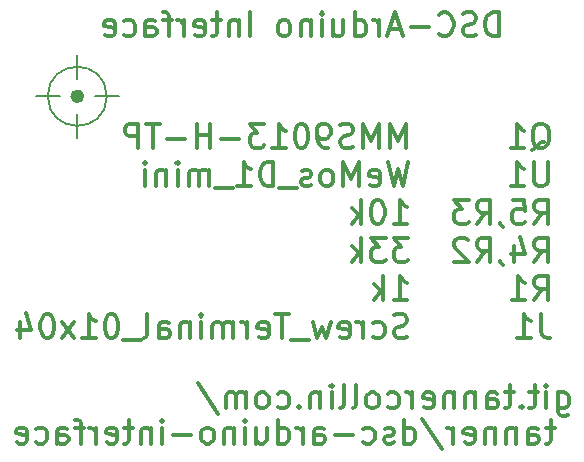
<source format=gbo>
G04 #@! TF.GenerationSoftware,KiCad,Pcbnew,6.0.11+dfsg-1*
G04 #@! TF.CreationDate,2023-05-14T21:59:00-06:00*
G04 #@! TF.ProjectId,dsc-arduino-interface,6473632d-6172-4647-9569-6e6f2d696e74,rev?*
G04 #@! TF.SameCoordinates,Original*
G04 #@! TF.FileFunction,Legend,Bot*
G04 #@! TF.FilePolarity,Positive*
%FSLAX46Y46*%
G04 Gerber Fmt 4.6, Leading zero omitted, Abs format (unit mm)*
G04 Created by KiCad (PCBNEW 6.0.11+dfsg-1) date 2023-05-14 21:59:00*
%MOMM*%
%LPD*%
G01*
G04 APERTURE LIST*
%ADD10C,0.200000*%
%ADD11C,0.150000*%
%ADD12C,0.583000*%
%ADD13C,0.300000*%
%ADD14R,2.000000X2.000000*%
%ADD15O,1.600000X2.000000*%
%ADD16C,2.600000*%
%ADD17R,2.600000X2.600000*%
%ADD18R,1.700000X1.700000*%
%ADD19O,1.700000X1.700000*%
G04 APERTURE END LIST*
D10*
X89500000Y-68000000D02*
G75*
G03*
X89500000Y-68000000I-2500000J0D01*
G01*
D11*
X87000000Y-64500000D02*
X87000000Y-66500000D01*
X85500000Y-68000000D02*
X83500000Y-68000000D01*
X87000000Y-69500000D02*
X87000000Y-71500000D01*
X88500000Y-68000000D02*
X90500000Y-68000000D01*
D12*
X87291500Y-68000000D02*
G75*
G03*
X87291500Y-68000000I-291500J0D01*
G01*
D13*
X127404761Y-96071428D02*
X126642857Y-96071428D01*
X127119047Y-95404761D02*
X127119047Y-97119047D01*
X127023809Y-97309523D01*
X126833333Y-97404761D01*
X126642857Y-97404761D01*
X125119047Y-97404761D02*
X125119047Y-96357142D01*
X125214285Y-96166666D01*
X125404761Y-96071428D01*
X125785714Y-96071428D01*
X125976190Y-96166666D01*
X125119047Y-97309523D02*
X125309523Y-97404761D01*
X125785714Y-97404761D01*
X125976190Y-97309523D01*
X126071428Y-97119047D01*
X126071428Y-96928571D01*
X125976190Y-96738095D01*
X125785714Y-96642857D01*
X125309523Y-96642857D01*
X125119047Y-96547619D01*
X124166666Y-96071428D02*
X124166666Y-97404761D01*
X124166666Y-96261904D02*
X124071428Y-96166666D01*
X123880952Y-96071428D01*
X123595238Y-96071428D01*
X123404761Y-96166666D01*
X123309523Y-96357142D01*
X123309523Y-97404761D01*
X122357142Y-96071428D02*
X122357142Y-97404761D01*
X122357142Y-96261904D02*
X122261904Y-96166666D01*
X122071428Y-96071428D01*
X121785714Y-96071428D01*
X121595238Y-96166666D01*
X121500000Y-96357142D01*
X121500000Y-97404761D01*
X119785714Y-97309523D02*
X119976190Y-97404761D01*
X120357142Y-97404761D01*
X120547619Y-97309523D01*
X120642857Y-97119047D01*
X120642857Y-96357142D01*
X120547619Y-96166666D01*
X120357142Y-96071428D01*
X119976190Y-96071428D01*
X119785714Y-96166666D01*
X119690476Y-96357142D01*
X119690476Y-96547619D01*
X120642857Y-96738095D01*
X118833333Y-97404761D02*
X118833333Y-96071428D01*
X118833333Y-96452380D02*
X118738095Y-96261904D01*
X118642857Y-96166666D01*
X118452380Y-96071428D01*
X118261904Y-96071428D01*
X116166666Y-95309523D02*
X117880952Y-97880952D01*
X114642857Y-97404761D02*
X114642857Y-95404761D01*
X114642857Y-97309523D02*
X114833333Y-97404761D01*
X115214285Y-97404761D01*
X115404761Y-97309523D01*
X115500000Y-97214285D01*
X115595238Y-97023809D01*
X115595238Y-96452380D01*
X115500000Y-96261904D01*
X115404761Y-96166666D01*
X115214285Y-96071428D01*
X114833333Y-96071428D01*
X114642857Y-96166666D01*
X113785714Y-97309523D02*
X113595238Y-97404761D01*
X113214285Y-97404761D01*
X113023809Y-97309523D01*
X112928571Y-97119047D01*
X112928571Y-97023809D01*
X113023809Y-96833333D01*
X113214285Y-96738095D01*
X113500000Y-96738095D01*
X113690476Y-96642857D01*
X113785714Y-96452380D01*
X113785714Y-96357142D01*
X113690476Y-96166666D01*
X113500000Y-96071428D01*
X113214285Y-96071428D01*
X113023809Y-96166666D01*
X111214285Y-97309523D02*
X111404761Y-97404761D01*
X111785714Y-97404761D01*
X111976190Y-97309523D01*
X112071428Y-97214285D01*
X112166666Y-97023809D01*
X112166666Y-96452380D01*
X112071428Y-96261904D01*
X111976190Y-96166666D01*
X111785714Y-96071428D01*
X111404761Y-96071428D01*
X111214285Y-96166666D01*
X110357142Y-96642857D02*
X108833333Y-96642857D01*
X107023809Y-97404761D02*
X107023809Y-96357142D01*
X107119047Y-96166666D01*
X107309523Y-96071428D01*
X107690476Y-96071428D01*
X107880952Y-96166666D01*
X107023809Y-97309523D02*
X107214285Y-97404761D01*
X107690476Y-97404761D01*
X107880952Y-97309523D01*
X107976190Y-97119047D01*
X107976190Y-96928571D01*
X107880952Y-96738095D01*
X107690476Y-96642857D01*
X107214285Y-96642857D01*
X107023809Y-96547619D01*
X106071428Y-97404761D02*
X106071428Y-96071428D01*
X106071428Y-96452380D02*
X105976190Y-96261904D01*
X105880952Y-96166666D01*
X105690476Y-96071428D01*
X105500000Y-96071428D01*
X103976190Y-97404761D02*
X103976190Y-95404761D01*
X103976190Y-97309523D02*
X104166666Y-97404761D01*
X104547619Y-97404761D01*
X104738095Y-97309523D01*
X104833333Y-97214285D01*
X104928571Y-97023809D01*
X104928571Y-96452380D01*
X104833333Y-96261904D01*
X104738095Y-96166666D01*
X104547619Y-96071428D01*
X104166666Y-96071428D01*
X103976190Y-96166666D01*
X102166666Y-96071428D02*
X102166666Y-97404761D01*
X103023809Y-96071428D02*
X103023809Y-97119047D01*
X102928571Y-97309523D01*
X102738095Y-97404761D01*
X102452380Y-97404761D01*
X102261904Y-97309523D01*
X102166666Y-97214285D01*
X101214285Y-97404761D02*
X101214285Y-96071428D01*
X101214285Y-95404761D02*
X101309523Y-95500000D01*
X101214285Y-95595238D01*
X101119047Y-95500000D01*
X101214285Y-95404761D01*
X101214285Y-95595238D01*
X100261904Y-96071428D02*
X100261904Y-97404761D01*
X100261904Y-96261904D02*
X100166666Y-96166666D01*
X99976190Y-96071428D01*
X99690476Y-96071428D01*
X99500000Y-96166666D01*
X99404761Y-96357142D01*
X99404761Y-97404761D01*
X98166666Y-97404761D02*
X98357142Y-97309523D01*
X98452380Y-97214285D01*
X98547619Y-97023809D01*
X98547619Y-96452380D01*
X98452380Y-96261904D01*
X98357142Y-96166666D01*
X98166666Y-96071428D01*
X97880952Y-96071428D01*
X97690476Y-96166666D01*
X97595238Y-96261904D01*
X97500000Y-96452380D01*
X97500000Y-97023809D01*
X97595238Y-97214285D01*
X97690476Y-97309523D01*
X97880952Y-97404761D01*
X98166666Y-97404761D01*
X96642857Y-96642857D02*
X95119047Y-96642857D01*
X94166666Y-97404761D02*
X94166666Y-96071428D01*
X94166666Y-95404761D02*
X94261904Y-95500000D01*
X94166666Y-95595238D01*
X94071428Y-95500000D01*
X94166666Y-95404761D01*
X94166666Y-95595238D01*
X93214285Y-96071428D02*
X93214285Y-97404761D01*
X93214285Y-96261904D02*
X93119047Y-96166666D01*
X92928571Y-96071428D01*
X92642857Y-96071428D01*
X92452380Y-96166666D01*
X92357142Y-96357142D01*
X92357142Y-97404761D01*
X91690476Y-96071428D02*
X90928571Y-96071428D01*
X91404761Y-95404761D02*
X91404761Y-97119047D01*
X91309523Y-97309523D01*
X91119047Y-97404761D01*
X90928571Y-97404761D01*
X89500000Y-97309523D02*
X89690476Y-97404761D01*
X90071428Y-97404761D01*
X90261904Y-97309523D01*
X90357142Y-97119047D01*
X90357142Y-96357142D01*
X90261904Y-96166666D01*
X90071428Y-96071428D01*
X89690476Y-96071428D01*
X89500000Y-96166666D01*
X89404761Y-96357142D01*
X89404761Y-96547619D01*
X90357142Y-96738095D01*
X88547619Y-97404761D02*
X88547619Y-96071428D01*
X88547619Y-96452380D02*
X88452380Y-96261904D01*
X88357142Y-96166666D01*
X88166666Y-96071428D01*
X87976190Y-96071428D01*
X87595238Y-96071428D02*
X86833333Y-96071428D01*
X87309523Y-97404761D02*
X87309523Y-95690476D01*
X87214285Y-95500000D01*
X87023809Y-95404761D01*
X86833333Y-95404761D01*
X85309523Y-97404761D02*
X85309523Y-96357142D01*
X85404761Y-96166666D01*
X85595238Y-96071428D01*
X85976190Y-96071428D01*
X86166666Y-96166666D01*
X85309523Y-97309523D02*
X85500000Y-97404761D01*
X85976190Y-97404761D01*
X86166666Y-97309523D01*
X86261904Y-97119047D01*
X86261904Y-96928571D01*
X86166666Y-96738095D01*
X85976190Y-96642857D01*
X85500000Y-96642857D01*
X85309523Y-96547619D01*
X83500000Y-97309523D02*
X83690476Y-97404761D01*
X84071428Y-97404761D01*
X84261904Y-97309523D01*
X84357142Y-97214285D01*
X84452380Y-97023809D01*
X84452380Y-96452380D01*
X84357142Y-96261904D01*
X84261904Y-96166666D01*
X84071428Y-96071428D01*
X83690476Y-96071428D01*
X83500000Y-96166666D01*
X81880952Y-97309523D02*
X82071428Y-97404761D01*
X82452380Y-97404761D01*
X82642857Y-97309523D01*
X82738095Y-97119047D01*
X82738095Y-96357142D01*
X82642857Y-96166666D01*
X82452380Y-96071428D01*
X82071428Y-96071428D01*
X81880952Y-96166666D01*
X81785714Y-96357142D01*
X81785714Y-96547619D01*
X82738095Y-96738095D01*
X114828809Y-72354761D02*
X114828809Y-70354761D01*
X114162142Y-71783333D01*
X113495476Y-70354761D01*
X113495476Y-72354761D01*
X112543095Y-72354761D02*
X112543095Y-70354761D01*
X111876428Y-71783333D01*
X111209761Y-70354761D01*
X111209761Y-72354761D01*
X110352619Y-72259523D02*
X110066904Y-72354761D01*
X109590714Y-72354761D01*
X109400238Y-72259523D01*
X109305000Y-72164285D01*
X109209761Y-71973809D01*
X109209761Y-71783333D01*
X109305000Y-71592857D01*
X109400238Y-71497619D01*
X109590714Y-71402380D01*
X109971666Y-71307142D01*
X110162142Y-71211904D01*
X110257380Y-71116666D01*
X110352619Y-70926190D01*
X110352619Y-70735714D01*
X110257380Y-70545238D01*
X110162142Y-70450000D01*
X109971666Y-70354761D01*
X109495476Y-70354761D01*
X109209761Y-70450000D01*
X108257380Y-72354761D02*
X107876428Y-72354761D01*
X107685952Y-72259523D01*
X107590714Y-72164285D01*
X107400238Y-71878571D01*
X107305000Y-71497619D01*
X107305000Y-70735714D01*
X107400238Y-70545238D01*
X107495476Y-70450000D01*
X107685952Y-70354761D01*
X108066904Y-70354761D01*
X108257380Y-70450000D01*
X108352619Y-70545238D01*
X108447857Y-70735714D01*
X108447857Y-71211904D01*
X108352619Y-71402380D01*
X108257380Y-71497619D01*
X108066904Y-71592857D01*
X107685952Y-71592857D01*
X107495476Y-71497619D01*
X107400238Y-71402380D01*
X107305000Y-71211904D01*
X106066904Y-70354761D02*
X105876428Y-70354761D01*
X105685952Y-70450000D01*
X105590714Y-70545238D01*
X105495476Y-70735714D01*
X105400238Y-71116666D01*
X105400238Y-71592857D01*
X105495476Y-71973809D01*
X105590714Y-72164285D01*
X105685952Y-72259523D01*
X105876428Y-72354761D01*
X106066904Y-72354761D01*
X106257380Y-72259523D01*
X106352619Y-72164285D01*
X106447857Y-71973809D01*
X106543095Y-71592857D01*
X106543095Y-71116666D01*
X106447857Y-70735714D01*
X106352619Y-70545238D01*
X106257380Y-70450000D01*
X106066904Y-70354761D01*
X103495476Y-72354761D02*
X104638333Y-72354761D01*
X104066904Y-72354761D02*
X104066904Y-70354761D01*
X104257380Y-70640476D01*
X104447857Y-70830952D01*
X104638333Y-70926190D01*
X102828809Y-70354761D02*
X101590714Y-70354761D01*
X102257380Y-71116666D01*
X101971666Y-71116666D01*
X101781190Y-71211904D01*
X101685952Y-71307142D01*
X101590714Y-71497619D01*
X101590714Y-71973809D01*
X101685952Y-72164285D01*
X101781190Y-72259523D01*
X101971666Y-72354761D01*
X102543095Y-72354761D01*
X102733571Y-72259523D01*
X102828809Y-72164285D01*
X100733571Y-71592857D02*
X99209761Y-71592857D01*
X98257380Y-72354761D02*
X98257380Y-70354761D01*
X98257380Y-71307142D02*
X97114523Y-71307142D01*
X97114523Y-72354761D02*
X97114523Y-70354761D01*
X96162142Y-71592857D02*
X94638333Y-71592857D01*
X93971666Y-70354761D02*
X92828809Y-70354761D01*
X93400238Y-72354761D02*
X93400238Y-70354761D01*
X92162142Y-72354761D02*
X92162142Y-70354761D01*
X91400238Y-70354761D01*
X91209761Y-70450000D01*
X91114523Y-70545238D01*
X91019285Y-70735714D01*
X91019285Y-71021428D01*
X91114523Y-71211904D01*
X91209761Y-71307142D01*
X91400238Y-71402380D01*
X92162142Y-71402380D01*
X115019285Y-73574761D02*
X114543095Y-75574761D01*
X114162142Y-74146190D01*
X113781190Y-75574761D01*
X113305000Y-73574761D01*
X111781190Y-75479523D02*
X111971666Y-75574761D01*
X112352619Y-75574761D01*
X112543095Y-75479523D01*
X112638333Y-75289047D01*
X112638333Y-74527142D01*
X112543095Y-74336666D01*
X112352619Y-74241428D01*
X111971666Y-74241428D01*
X111781190Y-74336666D01*
X111685952Y-74527142D01*
X111685952Y-74717619D01*
X112638333Y-74908095D01*
X110828809Y-75574761D02*
X110828809Y-73574761D01*
X110162142Y-75003333D01*
X109495476Y-73574761D01*
X109495476Y-75574761D01*
X108257380Y-75574761D02*
X108447857Y-75479523D01*
X108543095Y-75384285D01*
X108638333Y-75193809D01*
X108638333Y-74622380D01*
X108543095Y-74431904D01*
X108447857Y-74336666D01*
X108257380Y-74241428D01*
X107971666Y-74241428D01*
X107781190Y-74336666D01*
X107685952Y-74431904D01*
X107590714Y-74622380D01*
X107590714Y-75193809D01*
X107685952Y-75384285D01*
X107781190Y-75479523D01*
X107971666Y-75574761D01*
X108257380Y-75574761D01*
X106828809Y-75479523D02*
X106638333Y-75574761D01*
X106257380Y-75574761D01*
X106066904Y-75479523D01*
X105971666Y-75289047D01*
X105971666Y-75193809D01*
X106066904Y-75003333D01*
X106257380Y-74908095D01*
X106543095Y-74908095D01*
X106733571Y-74812857D01*
X106828809Y-74622380D01*
X106828809Y-74527142D01*
X106733571Y-74336666D01*
X106543095Y-74241428D01*
X106257380Y-74241428D01*
X106066904Y-74336666D01*
X105590714Y-75765238D02*
X104066904Y-75765238D01*
X103590714Y-75574761D02*
X103590714Y-73574761D01*
X103114523Y-73574761D01*
X102828809Y-73670000D01*
X102638333Y-73860476D01*
X102543095Y-74050952D01*
X102447857Y-74431904D01*
X102447857Y-74717619D01*
X102543095Y-75098571D01*
X102638333Y-75289047D01*
X102828809Y-75479523D01*
X103114523Y-75574761D01*
X103590714Y-75574761D01*
X100543095Y-75574761D02*
X101685952Y-75574761D01*
X101114523Y-75574761D02*
X101114523Y-73574761D01*
X101305000Y-73860476D01*
X101495476Y-74050952D01*
X101685952Y-74146190D01*
X100162142Y-75765238D02*
X98638333Y-75765238D01*
X98162142Y-75574761D02*
X98162142Y-74241428D01*
X98162142Y-74431904D02*
X98066904Y-74336666D01*
X97876428Y-74241428D01*
X97590714Y-74241428D01*
X97400238Y-74336666D01*
X97305000Y-74527142D01*
X97305000Y-75574761D01*
X97305000Y-74527142D02*
X97209761Y-74336666D01*
X97019285Y-74241428D01*
X96733571Y-74241428D01*
X96543095Y-74336666D01*
X96447857Y-74527142D01*
X96447857Y-75574761D01*
X95495476Y-75574761D02*
X95495476Y-74241428D01*
X95495476Y-73574761D02*
X95590714Y-73670000D01*
X95495476Y-73765238D01*
X95400238Y-73670000D01*
X95495476Y-73574761D01*
X95495476Y-73765238D01*
X94543095Y-74241428D02*
X94543095Y-75574761D01*
X94543095Y-74431904D02*
X94447857Y-74336666D01*
X94257380Y-74241428D01*
X93971666Y-74241428D01*
X93781190Y-74336666D01*
X93685952Y-74527142D01*
X93685952Y-75574761D01*
X92733571Y-75574761D02*
X92733571Y-74241428D01*
X92733571Y-73574761D02*
X92828809Y-73670000D01*
X92733571Y-73765238D01*
X92638333Y-73670000D01*
X92733571Y-73574761D01*
X92733571Y-73765238D01*
X113781190Y-78794761D02*
X114924047Y-78794761D01*
X114352619Y-78794761D02*
X114352619Y-76794761D01*
X114543095Y-77080476D01*
X114733571Y-77270952D01*
X114924047Y-77366190D01*
X112543095Y-76794761D02*
X112352619Y-76794761D01*
X112162142Y-76890000D01*
X112066904Y-76985238D01*
X111971666Y-77175714D01*
X111876428Y-77556666D01*
X111876428Y-78032857D01*
X111971666Y-78413809D01*
X112066904Y-78604285D01*
X112162142Y-78699523D01*
X112352619Y-78794761D01*
X112543095Y-78794761D01*
X112733571Y-78699523D01*
X112828809Y-78604285D01*
X112924047Y-78413809D01*
X113019285Y-78032857D01*
X113019285Y-77556666D01*
X112924047Y-77175714D01*
X112828809Y-76985238D01*
X112733571Y-76890000D01*
X112543095Y-76794761D01*
X111019285Y-78794761D02*
X111019285Y-76794761D01*
X110828809Y-78032857D02*
X110257380Y-78794761D01*
X110257380Y-77461428D02*
X111019285Y-78223333D01*
X115019285Y-80014761D02*
X113781190Y-80014761D01*
X114447857Y-80776666D01*
X114162142Y-80776666D01*
X113971666Y-80871904D01*
X113876428Y-80967142D01*
X113781190Y-81157619D01*
X113781190Y-81633809D01*
X113876428Y-81824285D01*
X113971666Y-81919523D01*
X114162142Y-82014761D01*
X114733571Y-82014761D01*
X114924047Y-81919523D01*
X115019285Y-81824285D01*
X113114523Y-80014761D02*
X111876428Y-80014761D01*
X112543095Y-80776666D01*
X112257380Y-80776666D01*
X112066904Y-80871904D01*
X111971666Y-80967142D01*
X111876428Y-81157619D01*
X111876428Y-81633809D01*
X111971666Y-81824285D01*
X112066904Y-81919523D01*
X112257380Y-82014761D01*
X112828809Y-82014761D01*
X113019285Y-81919523D01*
X113114523Y-81824285D01*
X111019285Y-82014761D02*
X111019285Y-80014761D01*
X110828809Y-81252857D02*
X110257380Y-82014761D01*
X110257380Y-80681428D02*
X111019285Y-81443333D01*
X113781190Y-85234761D02*
X114924047Y-85234761D01*
X114352619Y-85234761D02*
X114352619Y-83234761D01*
X114543095Y-83520476D01*
X114733571Y-83710952D01*
X114924047Y-83806190D01*
X112924047Y-85234761D02*
X112924047Y-83234761D01*
X112733571Y-84472857D02*
X112162142Y-85234761D01*
X112162142Y-83901428D02*
X112924047Y-84663333D01*
X114924047Y-88359523D02*
X114638333Y-88454761D01*
X114162142Y-88454761D01*
X113971666Y-88359523D01*
X113876428Y-88264285D01*
X113781190Y-88073809D01*
X113781190Y-87883333D01*
X113876428Y-87692857D01*
X113971666Y-87597619D01*
X114162142Y-87502380D01*
X114543095Y-87407142D01*
X114733571Y-87311904D01*
X114828809Y-87216666D01*
X114924047Y-87026190D01*
X114924047Y-86835714D01*
X114828809Y-86645238D01*
X114733571Y-86550000D01*
X114543095Y-86454761D01*
X114066904Y-86454761D01*
X113781190Y-86550000D01*
X112066904Y-88359523D02*
X112257380Y-88454761D01*
X112638333Y-88454761D01*
X112828809Y-88359523D01*
X112924047Y-88264285D01*
X113019285Y-88073809D01*
X113019285Y-87502380D01*
X112924047Y-87311904D01*
X112828809Y-87216666D01*
X112638333Y-87121428D01*
X112257380Y-87121428D01*
X112066904Y-87216666D01*
X111209761Y-88454761D02*
X111209761Y-87121428D01*
X111209761Y-87502380D02*
X111114523Y-87311904D01*
X111019285Y-87216666D01*
X110828809Y-87121428D01*
X110638333Y-87121428D01*
X109209761Y-88359523D02*
X109400238Y-88454761D01*
X109781190Y-88454761D01*
X109971666Y-88359523D01*
X110066904Y-88169047D01*
X110066904Y-87407142D01*
X109971666Y-87216666D01*
X109781190Y-87121428D01*
X109400238Y-87121428D01*
X109209761Y-87216666D01*
X109114523Y-87407142D01*
X109114523Y-87597619D01*
X110066904Y-87788095D01*
X108447857Y-87121428D02*
X108066904Y-88454761D01*
X107685952Y-87502380D01*
X107305000Y-88454761D01*
X106924047Y-87121428D01*
X106638333Y-88645238D02*
X105114523Y-88645238D01*
X104924047Y-86454761D02*
X103781190Y-86454761D01*
X104352619Y-88454761D02*
X104352619Y-86454761D01*
X102352619Y-88359523D02*
X102543095Y-88454761D01*
X102924047Y-88454761D01*
X103114523Y-88359523D01*
X103209761Y-88169047D01*
X103209761Y-87407142D01*
X103114523Y-87216666D01*
X102924047Y-87121428D01*
X102543095Y-87121428D01*
X102352619Y-87216666D01*
X102257380Y-87407142D01*
X102257380Y-87597619D01*
X103209761Y-87788095D01*
X101400238Y-88454761D02*
X101400238Y-87121428D01*
X101400238Y-87502380D02*
X101305000Y-87311904D01*
X101209761Y-87216666D01*
X101019285Y-87121428D01*
X100828809Y-87121428D01*
X100162142Y-88454761D02*
X100162142Y-87121428D01*
X100162142Y-87311904D02*
X100066904Y-87216666D01*
X99876428Y-87121428D01*
X99590714Y-87121428D01*
X99400238Y-87216666D01*
X99305000Y-87407142D01*
X99305000Y-88454761D01*
X99305000Y-87407142D02*
X99209761Y-87216666D01*
X99019285Y-87121428D01*
X98733571Y-87121428D01*
X98543095Y-87216666D01*
X98447857Y-87407142D01*
X98447857Y-88454761D01*
X97495476Y-88454761D02*
X97495476Y-87121428D01*
X97495476Y-86454761D02*
X97590714Y-86550000D01*
X97495476Y-86645238D01*
X97400238Y-86550000D01*
X97495476Y-86454761D01*
X97495476Y-86645238D01*
X96543095Y-87121428D02*
X96543095Y-88454761D01*
X96543095Y-87311904D02*
X96447857Y-87216666D01*
X96257380Y-87121428D01*
X95971666Y-87121428D01*
X95781190Y-87216666D01*
X95685952Y-87407142D01*
X95685952Y-88454761D01*
X93876428Y-88454761D02*
X93876428Y-87407142D01*
X93971666Y-87216666D01*
X94162142Y-87121428D01*
X94543095Y-87121428D01*
X94733571Y-87216666D01*
X93876428Y-88359523D02*
X94066904Y-88454761D01*
X94543095Y-88454761D01*
X94733571Y-88359523D01*
X94828809Y-88169047D01*
X94828809Y-87978571D01*
X94733571Y-87788095D01*
X94543095Y-87692857D01*
X94066904Y-87692857D01*
X93876428Y-87597619D01*
X92638333Y-88454761D02*
X92828809Y-88359523D01*
X92924047Y-88169047D01*
X92924047Y-86454761D01*
X92352619Y-88645238D02*
X90828809Y-88645238D01*
X89971666Y-86454761D02*
X89781190Y-86454761D01*
X89590714Y-86550000D01*
X89495476Y-86645238D01*
X89400238Y-86835714D01*
X89305000Y-87216666D01*
X89305000Y-87692857D01*
X89400238Y-88073809D01*
X89495476Y-88264285D01*
X89590714Y-88359523D01*
X89781190Y-88454761D01*
X89971666Y-88454761D01*
X90162142Y-88359523D01*
X90257380Y-88264285D01*
X90352619Y-88073809D01*
X90447857Y-87692857D01*
X90447857Y-87216666D01*
X90352619Y-86835714D01*
X90257380Y-86645238D01*
X90162142Y-86550000D01*
X89971666Y-86454761D01*
X87400238Y-88454761D02*
X88543095Y-88454761D01*
X87971666Y-88454761D02*
X87971666Y-86454761D01*
X88162142Y-86740476D01*
X88352619Y-86930952D01*
X88543095Y-87026190D01*
X86733571Y-88454761D02*
X85685952Y-87121428D01*
X86733571Y-87121428D02*
X85685952Y-88454761D01*
X84543095Y-86454761D02*
X84352619Y-86454761D01*
X84162142Y-86550000D01*
X84066904Y-86645238D01*
X83971666Y-86835714D01*
X83876428Y-87216666D01*
X83876428Y-87692857D01*
X83971666Y-88073809D01*
X84066904Y-88264285D01*
X84162142Y-88359523D01*
X84352619Y-88454761D01*
X84543095Y-88454761D01*
X84733571Y-88359523D01*
X84828809Y-88264285D01*
X84924047Y-88073809D01*
X85019285Y-87692857D01*
X85019285Y-87216666D01*
X84924047Y-86835714D01*
X84828809Y-86645238D01*
X84733571Y-86550000D01*
X84543095Y-86454761D01*
X82162142Y-87121428D02*
X82162142Y-88454761D01*
X82638333Y-86359523D02*
X83114523Y-87788095D01*
X81876428Y-87788095D01*
X125495476Y-72545238D02*
X125685952Y-72450000D01*
X125876428Y-72259523D01*
X126162142Y-71973809D01*
X126352619Y-71878571D01*
X126543095Y-71878571D01*
X126447857Y-72354761D02*
X126638333Y-72259523D01*
X126828809Y-72069047D01*
X126924047Y-71688095D01*
X126924047Y-71021428D01*
X126828809Y-70640476D01*
X126638333Y-70450000D01*
X126447857Y-70354761D01*
X126066904Y-70354761D01*
X125876428Y-70450000D01*
X125685952Y-70640476D01*
X125590714Y-71021428D01*
X125590714Y-71688095D01*
X125685952Y-72069047D01*
X125876428Y-72259523D01*
X126066904Y-72354761D01*
X126447857Y-72354761D01*
X123685952Y-72354761D02*
X124828809Y-72354761D01*
X124257380Y-72354761D02*
X124257380Y-70354761D01*
X124447857Y-70640476D01*
X124638333Y-70830952D01*
X124828809Y-70926190D01*
X126828809Y-73574761D02*
X126828809Y-75193809D01*
X126733571Y-75384285D01*
X126638333Y-75479523D01*
X126447857Y-75574761D01*
X126066904Y-75574761D01*
X125876428Y-75479523D01*
X125781190Y-75384285D01*
X125685952Y-75193809D01*
X125685952Y-73574761D01*
X123685952Y-75574761D02*
X124828809Y-75574761D01*
X124257380Y-75574761D02*
X124257380Y-73574761D01*
X124447857Y-73860476D01*
X124638333Y-74050952D01*
X124828809Y-74146190D01*
X125685952Y-78794761D02*
X126352619Y-77842380D01*
X126828809Y-78794761D02*
X126828809Y-76794761D01*
X126066904Y-76794761D01*
X125876428Y-76890000D01*
X125781190Y-76985238D01*
X125685952Y-77175714D01*
X125685952Y-77461428D01*
X125781190Y-77651904D01*
X125876428Y-77747142D01*
X126066904Y-77842380D01*
X126828809Y-77842380D01*
X123876428Y-76794761D02*
X124828809Y-76794761D01*
X124924047Y-77747142D01*
X124828809Y-77651904D01*
X124638333Y-77556666D01*
X124162142Y-77556666D01*
X123971666Y-77651904D01*
X123876428Y-77747142D01*
X123781190Y-77937619D01*
X123781190Y-78413809D01*
X123876428Y-78604285D01*
X123971666Y-78699523D01*
X124162142Y-78794761D01*
X124638333Y-78794761D01*
X124828809Y-78699523D01*
X124924047Y-78604285D01*
X122828809Y-78699523D02*
X122828809Y-78794761D01*
X122924047Y-78985238D01*
X123019285Y-79080476D01*
X120828809Y-78794761D02*
X121495476Y-77842380D01*
X121971666Y-78794761D02*
X121971666Y-76794761D01*
X121209761Y-76794761D01*
X121019285Y-76890000D01*
X120924047Y-76985238D01*
X120828809Y-77175714D01*
X120828809Y-77461428D01*
X120924047Y-77651904D01*
X121019285Y-77747142D01*
X121209761Y-77842380D01*
X121971666Y-77842380D01*
X120162142Y-76794761D02*
X118924047Y-76794761D01*
X119590714Y-77556666D01*
X119305000Y-77556666D01*
X119114523Y-77651904D01*
X119019285Y-77747142D01*
X118924047Y-77937619D01*
X118924047Y-78413809D01*
X119019285Y-78604285D01*
X119114523Y-78699523D01*
X119305000Y-78794761D01*
X119876428Y-78794761D01*
X120066904Y-78699523D01*
X120162142Y-78604285D01*
X125685952Y-82014761D02*
X126352619Y-81062380D01*
X126828809Y-82014761D02*
X126828809Y-80014761D01*
X126066904Y-80014761D01*
X125876428Y-80110000D01*
X125781190Y-80205238D01*
X125685952Y-80395714D01*
X125685952Y-80681428D01*
X125781190Y-80871904D01*
X125876428Y-80967142D01*
X126066904Y-81062380D01*
X126828809Y-81062380D01*
X123971666Y-80681428D02*
X123971666Y-82014761D01*
X124447857Y-79919523D02*
X124924047Y-81348095D01*
X123685952Y-81348095D01*
X122828809Y-81919523D02*
X122828809Y-82014761D01*
X122924047Y-82205238D01*
X123019285Y-82300476D01*
X120828809Y-82014761D02*
X121495476Y-81062380D01*
X121971666Y-82014761D02*
X121971666Y-80014761D01*
X121209761Y-80014761D01*
X121019285Y-80110000D01*
X120924047Y-80205238D01*
X120828809Y-80395714D01*
X120828809Y-80681428D01*
X120924047Y-80871904D01*
X121019285Y-80967142D01*
X121209761Y-81062380D01*
X121971666Y-81062380D01*
X120066904Y-80205238D02*
X119971666Y-80110000D01*
X119781190Y-80014761D01*
X119305000Y-80014761D01*
X119114523Y-80110000D01*
X119019285Y-80205238D01*
X118924047Y-80395714D01*
X118924047Y-80586190D01*
X119019285Y-80871904D01*
X120162142Y-82014761D01*
X118924047Y-82014761D01*
X125685952Y-85234761D02*
X126352619Y-84282380D01*
X126828809Y-85234761D02*
X126828809Y-83234761D01*
X126066904Y-83234761D01*
X125876428Y-83330000D01*
X125781190Y-83425238D01*
X125685952Y-83615714D01*
X125685952Y-83901428D01*
X125781190Y-84091904D01*
X125876428Y-84187142D01*
X126066904Y-84282380D01*
X126828809Y-84282380D01*
X123781190Y-85234761D02*
X124924047Y-85234761D01*
X124352619Y-85234761D02*
X124352619Y-83234761D01*
X124543095Y-83520476D01*
X124733571Y-83710952D01*
X124924047Y-83806190D01*
X126257380Y-86454761D02*
X126257380Y-87883333D01*
X126352619Y-88169047D01*
X126543095Y-88359523D01*
X126828809Y-88454761D01*
X127019285Y-88454761D01*
X124257380Y-88454761D02*
X125400238Y-88454761D01*
X124828809Y-88454761D02*
X124828809Y-86454761D01*
X125019285Y-86740476D01*
X125209761Y-86930952D01*
X125400238Y-87026190D01*
X127666666Y-93071428D02*
X127666666Y-94690476D01*
X127761904Y-94880952D01*
X127857142Y-94976190D01*
X128047619Y-95071428D01*
X128333333Y-95071428D01*
X128523809Y-94976190D01*
X127666666Y-94309523D02*
X127857142Y-94404761D01*
X128238095Y-94404761D01*
X128428571Y-94309523D01*
X128523809Y-94214285D01*
X128619047Y-94023809D01*
X128619047Y-93452380D01*
X128523809Y-93261904D01*
X128428571Y-93166666D01*
X128238095Y-93071428D01*
X127857142Y-93071428D01*
X127666666Y-93166666D01*
X126714285Y-94404761D02*
X126714285Y-93071428D01*
X126714285Y-92404761D02*
X126809523Y-92500000D01*
X126714285Y-92595238D01*
X126619047Y-92500000D01*
X126714285Y-92404761D01*
X126714285Y-92595238D01*
X126047619Y-93071428D02*
X125285714Y-93071428D01*
X125761904Y-92404761D02*
X125761904Y-94119047D01*
X125666666Y-94309523D01*
X125476190Y-94404761D01*
X125285714Y-94404761D01*
X124619047Y-94214285D02*
X124523809Y-94309523D01*
X124619047Y-94404761D01*
X124714285Y-94309523D01*
X124619047Y-94214285D01*
X124619047Y-94404761D01*
X123952380Y-93071428D02*
X123190476Y-93071428D01*
X123666666Y-92404761D02*
X123666666Y-94119047D01*
X123571428Y-94309523D01*
X123380952Y-94404761D01*
X123190476Y-94404761D01*
X121666666Y-94404761D02*
X121666666Y-93357142D01*
X121761904Y-93166666D01*
X121952380Y-93071428D01*
X122333333Y-93071428D01*
X122523809Y-93166666D01*
X121666666Y-94309523D02*
X121857142Y-94404761D01*
X122333333Y-94404761D01*
X122523809Y-94309523D01*
X122619047Y-94119047D01*
X122619047Y-93928571D01*
X122523809Y-93738095D01*
X122333333Y-93642857D01*
X121857142Y-93642857D01*
X121666666Y-93547619D01*
X120714285Y-93071428D02*
X120714285Y-94404761D01*
X120714285Y-93261904D02*
X120619047Y-93166666D01*
X120428571Y-93071428D01*
X120142857Y-93071428D01*
X119952380Y-93166666D01*
X119857142Y-93357142D01*
X119857142Y-94404761D01*
X118904761Y-93071428D02*
X118904761Y-94404761D01*
X118904761Y-93261904D02*
X118809523Y-93166666D01*
X118619047Y-93071428D01*
X118333333Y-93071428D01*
X118142857Y-93166666D01*
X118047619Y-93357142D01*
X118047619Y-94404761D01*
X116333333Y-94309523D02*
X116523809Y-94404761D01*
X116904761Y-94404761D01*
X117095238Y-94309523D01*
X117190476Y-94119047D01*
X117190476Y-93357142D01*
X117095238Y-93166666D01*
X116904761Y-93071428D01*
X116523809Y-93071428D01*
X116333333Y-93166666D01*
X116238095Y-93357142D01*
X116238095Y-93547619D01*
X117190476Y-93738095D01*
X115380952Y-94404761D02*
X115380952Y-93071428D01*
X115380952Y-93452380D02*
X115285714Y-93261904D01*
X115190476Y-93166666D01*
X115000000Y-93071428D01*
X114809523Y-93071428D01*
X113285714Y-94309523D02*
X113476190Y-94404761D01*
X113857142Y-94404761D01*
X114047619Y-94309523D01*
X114142857Y-94214285D01*
X114238095Y-94023809D01*
X114238095Y-93452380D01*
X114142857Y-93261904D01*
X114047619Y-93166666D01*
X113857142Y-93071428D01*
X113476190Y-93071428D01*
X113285714Y-93166666D01*
X112142857Y-94404761D02*
X112333333Y-94309523D01*
X112428571Y-94214285D01*
X112523809Y-94023809D01*
X112523809Y-93452380D01*
X112428571Y-93261904D01*
X112333333Y-93166666D01*
X112142857Y-93071428D01*
X111857142Y-93071428D01*
X111666666Y-93166666D01*
X111571428Y-93261904D01*
X111476190Y-93452380D01*
X111476190Y-94023809D01*
X111571428Y-94214285D01*
X111666666Y-94309523D01*
X111857142Y-94404761D01*
X112142857Y-94404761D01*
X110333333Y-94404761D02*
X110523809Y-94309523D01*
X110619047Y-94119047D01*
X110619047Y-92404761D01*
X109285714Y-94404761D02*
X109476190Y-94309523D01*
X109571428Y-94119047D01*
X109571428Y-92404761D01*
X108523809Y-94404761D02*
X108523809Y-93071428D01*
X108523809Y-92404761D02*
X108619047Y-92500000D01*
X108523809Y-92595238D01*
X108428571Y-92500000D01*
X108523809Y-92404761D01*
X108523809Y-92595238D01*
X107571428Y-93071428D02*
X107571428Y-94404761D01*
X107571428Y-93261904D02*
X107476190Y-93166666D01*
X107285714Y-93071428D01*
X107000000Y-93071428D01*
X106809523Y-93166666D01*
X106714285Y-93357142D01*
X106714285Y-94404761D01*
X105761904Y-94214285D02*
X105666666Y-94309523D01*
X105761904Y-94404761D01*
X105857142Y-94309523D01*
X105761904Y-94214285D01*
X105761904Y-94404761D01*
X103952380Y-94309523D02*
X104142857Y-94404761D01*
X104523809Y-94404761D01*
X104714285Y-94309523D01*
X104809523Y-94214285D01*
X104904761Y-94023809D01*
X104904761Y-93452380D01*
X104809523Y-93261904D01*
X104714285Y-93166666D01*
X104523809Y-93071428D01*
X104142857Y-93071428D01*
X103952380Y-93166666D01*
X102809523Y-94404761D02*
X103000000Y-94309523D01*
X103095238Y-94214285D01*
X103190476Y-94023809D01*
X103190476Y-93452380D01*
X103095238Y-93261904D01*
X103000000Y-93166666D01*
X102809523Y-93071428D01*
X102523809Y-93071428D01*
X102333333Y-93166666D01*
X102238095Y-93261904D01*
X102142857Y-93452380D01*
X102142857Y-94023809D01*
X102238095Y-94214285D01*
X102333333Y-94309523D01*
X102523809Y-94404761D01*
X102809523Y-94404761D01*
X101285714Y-94404761D02*
X101285714Y-93071428D01*
X101285714Y-93261904D02*
X101190476Y-93166666D01*
X101000000Y-93071428D01*
X100714285Y-93071428D01*
X100523809Y-93166666D01*
X100428571Y-93357142D01*
X100428571Y-94404761D01*
X100428571Y-93357142D02*
X100333333Y-93166666D01*
X100142857Y-93071428D01*
X99857142Y-93071428D01*
X99666666Y-93166666D01*
X99571428Y-93357142D01*
X99571428Y-94404761D01*
X97190476Y-92309523D02*
X98904761Y-94880952D01*
X122666666Y-62904761D02*
X122666666Y-60904761D01*
X122190476Y-60904761D01*
X121904761Y-61000000D01*
X121714285Y-61190476D01*
X121619047Y-61380952D01*
X121523809Y-61761904D01*
X121523809Y-62047619D01*
X121619047Y-62428571D01*
X121714285Y-62619047D01*
X121904761Y-62809523D01*
X122190476Y-62904761D01*
X122666666Y-62904761D01*
X120761904Y-62809523D02*
X120476190Y-62904761D01*
X120000000Y-62904761D01*
X119809523Y-62809523D01*
X119714285Y-62714285D01*
X119619047Y-62523809D01*
X119619047Y-62333333D01*
X119714285Y-62142857D01*
X119809523Y-62047619D01*
X120000000Y-61952380D01*
X120380952Y-61857142D01*
X120571428Y-61761904D01*
X120666666Y-61666666D01*
X120761904Y-61476190D01*
X120761904Y-61285714D01*
X120666666Y-61095238D01*
X120571428Y-61000000D01*
X120380952Y-60904761D01*
X119904761Y-60904761D01*
X119619047Y-61000000D01*
X117619047Y-62714285D02*
X117714285Y-62809523D01*
X118000000Y-62904761D01*
X118190476Y-62904761D01*
X118476190Y-62809523D01*
X118666666Y-62619047D01*
X118761904Y-62428571D01*
X118857142Y-62047619D01*
X118857142Y-61761904D01*
X118761904Y-61380952D01*
X118666666Y-61190476D01*
X118476190Y-61000000D01*
X118190476Y-60904761D01*
X118000000Y-60904761D01*
X117714285Y-61000000D01*
X117619047Y-61095238D01*
X116761904Y-62142857D02*
X115238095Y-62142857D01*
X114380952Y-62333333D02*
X113428571Y-62333333D01*
X114571428Y-62904761D02*
X113904761Y-60904761D01*
X113238095Y-62904761D01*
X112571428Y-62904761D02*
X112571428Y-61571428D01*
X112571428Y-61952380D02*
X112476190Y-61761904D01*
X112380952Y-61666666D01*
X112190476Y-61571428D01*
X112000000Y-61571428D01*
X110476190Y-62904761D02*
X110476190Y-60904761D01*
X110476190Y-62809523D02*
X110666666Y-62904761D01*
X111047619Y-62904761D01*
X111238095Y-62809523D01*
X111333333Y-62714285D01*
X111428571Y-62523809D01*
X111428571Y-61952380D01*
X111333333Y-61761904D01*
X111238095Y-61666666D01*
X111047619Y-61571428D01*
X110666666Y-61571428D01*
X110476190Y-61666666D01*
X108666666Y-61571428D02*
X108666666Y-62904761D01*
X109523809Y-61571428D02*
X109523809Y-62619047D01*
X109428571Y-62809523D01*
X109238095Y-62904761D01*
X108952380Y-62904761D01*
X108761904Y-62809523D01*
X108666666Y-62714285D01*
X107714285Y-62904761D02*
X107714285Y-61571428D01*
X107714285Y-60904761D02*
X107809523Y-61000000D01*
X107714285Y-61095238D01*
X107619047Y-61000000D01*
X107714285Y-60904761D01*
X107714285Y-61095238D01*
X106761904Y-61571428D02*
X106761904Y-62904761D01*
X106761904Y-61761904D02*
X106666666Y-61666666D01*
X106476190Y-61571428D01*
X106190476Y-61571428D01*
X106000000Y-61666666D01*
X105904761Y-61857142D01*
X105904761Y-62904761D01*
X104666666Y-62904761D02*
X104857142Y-62809523D01*
X104952380Y-62714285D01*
X105047619Y-62523809D01*
X105047619Y-61952380D01*
X104952380Y-61761904D01*
X104857142Y-61666666D01*
X104666666Y-61571428D01*
X104380952Y-61571428D01*
X104190476Y-61666666D01*
X104095238Y-61761904D01*
X104000000Y-61952380D01*
X104000000Y-62523809D01*
X104095238Y-62714285D01*
X104190476Y-62809523D01*
X104380952Y-62904761D01*
X104666666Y-62904761D01*
X101619047Y-62904761D02*
X101619047Y-60904761D01*
X100666666Y-61571428D02*
X100666666Y-62904761D01*
X100666666Y-61761904D02*
X100571428Y-61666666D01*
X100380952Y-61571428D01*
X100095238Y-61571428D01*
X99904761Y-61666666D01*
X99809523Y-61857142D01*
X99809523Y-62904761D01*
X99142857Y-61571428D02*
X98380952Y-61571428D01*
X98857142Y-60904761D02*
X98857142Y-62619047D01*
X98761904Y-62809523D01*
X98571428Y-62904761D01*
X98380952Y-62904761D01*
X96952380Y-62809523D02*
X97142857Y-62904761D01*
X97523809Y-62904761D01*
X97714285Y-62809523D01*
X97809523Y-62619047D01*
X97809523Y-61857142D01*
X97714285Y-61666666D01*
X97523809Y-61571428D01*
X97142857Y-61571428D01*
X96952380Y-61666666D01*
X96857142Y-61857142D01*
X96857142Y-62047619D01*
X97809523Y-62238095D01*
X96000000Y-62904761D02*
X96000000Y-61571428D01*
X96000000Y-61952380D02*
X95904761Y-61761904D01*
X95809523Y-61666666D01*
X95619047Y-61571428D01*
X95428571Y-61571428D01*
X95047619Y-61571428D02*
X94285714Y-61571428D01*
X94761904Y-62904761D02*
X94761904Y-61190476D01*
X94666666Y-61000000D01*
X94476190Y-60904761D01*
X94285714Y-60904761D01*
X92761904Y-62904761D02*
X92761904Y-61857142D01*
X92857142Y-61666666D01*
X93047619Y-61571428D01*
X93428571Y-61571428D01*
X93619047Y-61666666D01*
X92761904Y-62809523D02*
X92952380Y-62904761D01*
X93428571Y-62904761D01*
X93619047Y-62809523D01*
X93714285Y-62619047D01*
X93714285Y-62428571D01*
X93619047Y-62238095D01*
X93428571Y-62142857D01*
X92952380Y-62142857D01*
X92761904Y-62047619D01*
X90952380Y-62809523D02*
X91142857Y-62904761D01*
X91523809Y-62904761D01*
X91714285Y-62809523D01*
X91809523Y-62714285D01*
X91904761Y-62523809D01*
X91904761Y-61952380D01*
X91809523Y-61761904D01*
X91714285Y-61666666D01*
X91523809Y-61571428D01*
X91142857Y-61571428D01*
X90952380Y-61666666D01*
X89333333Y-62809523D02*
X89523809Y-62904761D01*
X89904761Y-62904761D01*
X90095238Y-62809523D01*
X90190476Y-62619047D01*
X90190476Y-61857142D01*
X90095238Y-61666666D01*
X89904761Y-61571428D01*
X89523809Y-61571428D01*
X89333333Y-61666666D01*
X89238095Y-61857142D01*
X89238095Y-62047619D01*
X90190476Y-62238095D01*
%LPC*%
D14*
X102110000Y-90745000D03*
D15*
X104650000Y-90745000D03*
X107190000Y-90745000D03*
X109730000Y-90745000D03*
X112270000Y-90745000D03*
X114810000Y-90745000D03*
X117350000Y-90745000D03*
X119890000Y-90745000D03*
X119890000Y-67885000D03*
X117350000Y-67885000D03*
X114810000Y-67885000D03*
X112270000Y-67885000D03*
X109730000Y-67885000D03*
X107190000Y-67885000D03*
X104650000Y-67885000D03*
X102110000Y-67885000D03*
D16*
X113220000Y-55105000D03*
X108140000Y-55105000D03*
X103060000Y-55105000D03*
D17*
X97980000Y-55105000D03*
D18*
X126400000Y-62275000D03*
D19*
X126400000Y-59735000D03*
M02*

</source>
